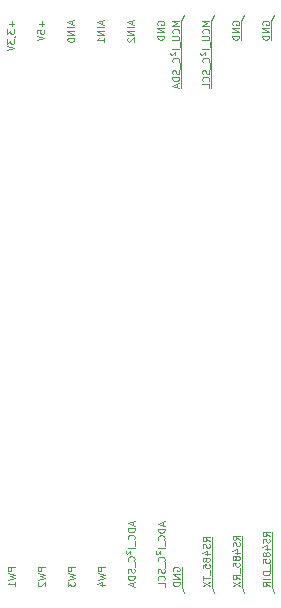
<source format=gbr>
G04 #@! TF.GenerationSoftware,KiCad,Pcbnew,(5.1.6)-1*
G04 #@! TF.CreationDate,2020-06-03T08:45:57+03:00*
G04 #@! TF.ProjectId,TMCM-0021 v1.0,544d434d-2d30-4303-9231-2076312e302e,rev?*
G04 #@! TF.SameCoordinates,Original*
G04 #@! TF.FileFunction,Legend,Bot*
G04 #@! TF.FilePolarity,Positive*
%FSLAX46Y46*%
G04 Gerber Fmt 4.6, Leading zero omitted, Abs format (unit mm)*
G04 Created by KiCad (PCBNEW (5.1.6)-1) date 2020-06-03 08:45:57*
%MOMM*%
%LPD*%
G01*
G04 APERTURE LIST*
%ADD10C,0.100000*%
G04 APERTURE END LIST*
D10*
X25151428Y7850714D02*
X24865714Y8050714D01*
X25151428Y8193571D02*
X24551428Y8193571D01*
X24551428Y7965000D01*
X24580000Y7907857D01*
X24608571Y7879285D01*
X24665714Y7850714D01*
X24751428Y7850714D01*
X24808571Y7879285D01*
X24837142Y7907857D01*
X24865714Y7965000D01*
X24865714Y8193571D01*
X25122857Y7622142D02*
X25151428Y7536428D01*
X25151428Y7393571D01*
X25122857Y7336428D01*
X25094285Y7307857D01*
X25037142Y7279285D01*
X24980000Y7279285D01*
X24922857Y7307857D01*
X24894285Y7336428D01*
X24865714Y7393571D01*
X24837142Y7507857D01*
X24808571Y7565000D01*
X24780000Y7593571D01*
X24722857Y7622142D01*
X24665714Y7622142D01*
X24608571Y7593571D01*
X24580000Y7565000D01*
X24551428Y7507857D01*
X24551428Y7365000D01*
X24580000Y7279285D01*
X24751428Y6765000D02*
X25151428Y6765000D01*
X24522857Y6907857D02*
X24951428Y7050714D01*
X24951428Y6679285D01*
X24808571Y6365000D02*
X24780000Y6422142D01*
X24751428Y6450714D01*
X24694285Y6479285D01*
X24665714Y6479285D01*
X24608571Y6450714D01*
X24580000Y6422142D01*
X24551428Y6365000D01*
X24551428Y6250714D01*
X24580000Y6193571D01*
X24608571Y6165000D01*
X24665714Y6136428D01*
X24694285Y6136428D01*
X24751428Y6165000D01*
X24780000Y6193571D01*
X24808571Y6250714D01*
X24808571Y6365000D01*
X24837142Y6422142D01*
X24865714Y6450714D01*
X24922857Y6479285D01*
X25037142Y6479285D01*
X25094285Y6450714D01*
X25122857Y6422142D01*
X25151428Y6365000D01*
X25151428Y6250714D01*
X25122857Y6193571D01*
X25094285Y6165000D01*
X25037142Y6136428D01*
X24922857Y6136428D01*
X24865714Y6165000D01*
X24837142Y6193571D01*
X24808571Y6250714D01*
X24551428Y5593571D02*
X24551428Y5879285D01*
X24837142Y5907857D01*
X24808571Y5879285D01*
X24780000Y5822142D01*
X24780000Y5679285D01*
X24808571Y5622142D01*
X24837142Y5593571D01*
X24894285Y5565000D01*
X25037142Y5565000D01*
X25094285Y5593571D01*
X25122857Y5622142D01*
X25151428Y5679285D01*
X25151428Y5822142D01*
X25122857Y5879285D01*
X25094285Y5907857D01*
X25208571Y5450714D02*
X25208571Y4993571D01*
X24551428Y4936428D02*
X24551428Y4593571D01*
X25151428Y4765000D02*
X24551428Y4765000D01*
X24551428Y4450714D02*
X25151428Y4050714D01*
X24551428Y4050714D02*
X25151428Y4450714D01*
X18630000Y9507857D02*
X18630000Y9222142D01*
X18801428Y9565000D02*
X18201428Y9365000D01*
X18801428Y9165000D01*
X18801428Y8965000D02*
X18201428Y8965000D01*
X18201428Y8822142D01*
X18230000Y8736428D01*
X18287142Y8679285D01*
X18344285Y8650714D01*
X18458571Y8622142D01*
X18544285Y8622142D01*
X18658571Y8650714D01*
X18715714Y8679285D01*
X18772857Y8736428D01*
X18801428Y8822142D01*
X18801428Y8965000D01*
X18744285Y8022142D02*
X18772857Y8050714D01*
X18801428Y8136428D01*
X18801428Y8193571D01*
X18772857Y8279285D01*
X18715714Y8336428D01*
X18658571Y8365000D01*
X18544285Y8393571D01*
X18458571Y8393571D01*
X18344285Y8365000D01*
X18287142Y8336428D01*
X18230000Y8279285D01*
X18201428Y8193571D01*
X18201428Y8136428D01*
X18230000Y8050714D01*
X18258571Y8022142D01*
X18858571Y7907857D02*
X18858571Y7450714D01*
X18801428Y7307857D02*
X18201428Y7307857D01*
X18058571Y7050714D02*
X18030000Y6993571D01*
X18030000Y6907857D01*
X18058571Y6850714D01*
X18115714Y6822142D01*
X18172857Y6822142D01*
X18230000Y6850714D01*
X18430000Y7050714D01*
X18430000Y6822142D01*
X18744285Y6222142D02*
X18772857Y6250714D01*
X18801428Y6336428D01*
X18801428Y6393571D01*
X18772857Y6479285D01*
X18715714Y6536428D01*
X18658571Y6565000D01*
X18544285Y6593571D01*
X18458571Y6593571D01*
X18344285Y6565000D01*
X18287142Y6536428D01*
X18230000Y6479285D01*
X18201428Y6393571D01*
X18201428Y6336428D01*
X18230000Y6250714D01*
X18258571Y6222142D01*
X18858571Y6107857D02*
X18858571Y5650714D01*
X18772857Y5536428D02*
X18801428Y5450714D01*
X18801428Y5307857D01*
X18772857Y5250714D01*
X18744285Y5222142D01*
X18687142Y5193571D01*
X18630000Y5193571D01*
X18572857Y5222142D01*
X18544285Y5250714D01*
X18515714Y5307857D01*
X18487142Y5422142D01*
X18458571Y5479285D01*
X18430000Y5507857D01*
X18372857Y5536428D01*
X18315714Y5536428D01*
X18258571Y5507857D01*
X18230000Y5479285D01*
X18201428Y5422142D01*
X18201428Y5279285D01*
X18230000Y5193571D01*
X18801428Y4936428D02*
X18201428Y4936428D01*
X18201428Y4793571D01*
X18230000Y4707857D01*
X18287142Y4650714D01*
X18344285Y4622142D01*
X18458571Y4593571D01*
X18544285Y4593571D01*
X18658571Y4622142D01*
X18715714Y4650714D01*
X18772857Y4707857D01*
X18801428Y4793571D01*
X18801428Y4936428D01*
X18630000Y4365000D02*
X18630000Y4079285D01*
X18801428Y4422142D02*
X18201428Y4222142D01*
X18801428Y4022142D01*
X27691428Y7993571D02*
X27405714Y8193571D01*
X27691428Y8336428D02*
X27091428Y8336428D01*
X27091428Y8107857D01*
X27120000Y8050714D01*
X27148571Y8022142D01*
X27205714Y7993571D01*
X27291428Y7993571D01*
X27348571Y8022142D01*
X27377142Y8050714D01*
X27405714Y8107857D01*
X27405714Y8336428D01*
X27662857Y7765000D02*
X27691428Y7679285D01*
X27691428Y7536428D01*
X27662857Y7479285D01*
X27634285Y7450714D01*
X27577142Y7422142D01*
X27520000Y7422142D01*
X27462857Y7450714D01*
X27434285Y7479285D01*
X27405714Y7536428D01*
X27377142Y7650714D01*
X27348571Y7707857D01*
X27320000Y7736428D01*
X27262857Y7765000D01*
X27205714Y7765000D01*
X27148571Y7736428D01*
X27120000Y7707857D01*
X27091428Y7650714D01*
X27091428Y7507857D01*
X27120000Y7422142D01*
X27291428Y6907857D02*
X27691428Y6907857D01*
X27062857Y7050714D02*
X27491428Y7193571D01*
X27491428Y6822142D01*
X27348571Y6507857D02*
X27320000Y6565000D01*
X27291428Y6593571D01*
X27234285Y6622142D01*
X27205714Y6622142D01*
X27148571Y6593571D01*
X27120000Y6565000D01*
X27091428Y6507857D01*
X27091428Y6393571D01*
X27120000Y6336428D01*
X27148571Y6307857D01*
X27205714Y6279285D01*
X27234285Y6279285D01*
X27291428Y6307857D01*
X27320000Y6336428D01*
X27348571Y6393571D01*
X27348571Y6507857D01*
X27377142Y6565000D01*
X27405714Y6593571D01*
X27462857Y6622142D01*
X27577142Y6622142D01*
X27634285Y6593571D01*
X27662857Y6565000D01*
X27691428Y6507857D01*
X27691428Y6393571D01*
X27662857Y6336428D01*
X27634285Y6307857D01*
X27577142Y6279285D01*
X27462857Y6279285D01*
X27405714Y6307857D01*
X27377142Y6336428D01*
X27348571Y6393571D01*
X27091428Y5736428D02*
X27091428Y6022142D01*
X27377142Y6050714D01*
X27348571Y6022142D01*
X27320000Y5965000D01*
X27320000Y5822142D01*
X27348571Y5765000D01*
X27377142Y5736428D01*
X27434285Y5707857D01*
X27577142Y5707857D01*
X27634285Y5736428D01*
X27662857Y5765000D01*
X27691428Y5822142D01*
X27691428Y5965000D01*
X27662857Y6022142D01*
X27634285Y6050714D01*
X27748571Y5593571D02*
X27748571Y5136428D01*
X27691428Y4650714D02*
X27405714Y4850714D01*
X27691428Y4993571D02*
X27091428Y4993571D01*
X27091428Y4765000D01*
X27120000Y4707857D01*
X27148571Y4679285D01*
X27205714Y4650714D01*
X27291428Y4650714D01*
X27348571Y4679285D01*
X27377142Y4707857D01*
X27405714Y4765000D01*
X27405714Y4993571D01*
X27091428Y4450714D02*
X27691428Y4050714D01*
X27091428Y4050714D02*
X27691428Y4450714D01*
X11181428Y5679285D02*
X10581428Y5679285D01*
X10581428Y5450714D01*
X10610000Y5393571D01*
X10638571Y5365000D01*
X10695714Y5336428D01*
X10781428Y5336428D01*
X10838571Y5365000D01*
X10867142Y5393571D01*
X10895714Y5450714D01*
X10895714Y5679285D01*
X10581428Y5136428D02*
X11181428Y4993571D01*
X10752857Y4879285D01*
X11181428Y4765000D01*
X10581428Y4622142D01*
X10638571Y4422142D02*
X10610000Y4393571D01*
X10581428Y4336428D01*
X10581428Y4193571D01*
X10610000Y4136428D01*
X10638571Y4107857D01*
X10695714Y4079285D01*
X10752857Y4079285D01*
X10838571Y4107857D01*
X11181428Y4450714D01*
X11181428Y4079285D01*
X21170000Y9479285D02*
X21170000Y9193571D01*
X21341428Y9536428D02*
X20741428Y9336428D01*
X21341428Y9136428D01*
X21341428Y8936428D02*
X20741428Y8936428D01*
X20741428Y8793571D01*
X20770000Y8707857D01*
X20827142Y8650714D01*
X20884285Y8622142D01*
X20998571Y8593571D01*
X21084285Y8593571D01*
X21198571Y8622142D01*
X21255714Y8650714D01*
X21312857Y8707857D01*
X21341428Y8793571D01*
X21341428Y8936428D01*
X21284285Y7993571D02*
X21312857Y8022142D01*
X21341428Y8107857D01*
X21341428Y8165000D01*
X21312857Y8250714D01*
X21255714Y8307857D01*
X21198571Y8336428D01*
X21084285Y8365000D01*
X20998571Y8365000D01*
X20884285Y8336428D01*
X20827142Y8307857D01*
X20770000Y8250714D01*
X20741428Y8165000D01*
X20741428Y8107857D01*
X20770000Y8022142D01*
X20798571Y7993571D01*
X21398571Y7879285D02*
X21398571Y7422142D01*
X21341428Y7279285D02*
X20741428Y7279285D01*
X20598571Y7022142D02*
X20570000Y6965000D01*
X20570000Y6879285D01*
X20598571Y6822142D01*
X20655714Y6793571D01*
X20712857Y6793571D01*
X20770000Y6822142D01*
X20970000Y7022142D01*
X20970000Y6793571D01*
X21284285Y6193571D02*
X21312857Y6222142D01*
X21341428Y6307857D01*
X21341428Y6365000D01*
X21312857Y6450714D01*
X21255714Y6507857D01*
X21198571Y6536428D01*
X21084285Y6565000D01*
X20998571Y6565000D01*
X20884285Y6536428D01*
X20827142Y6507857D01*
X20770000Y6450714D01*
X20741428Y6365000D01*
X20741428Y6307857D01*
X20770000Y6222142D01*
X20798571Y6193571D01*
X21398571Y6079285D02*
X21398571Y5622142D01*
X21312857Y5507857D02*
X21341428Y5422142D01*
X21341428Y5279285D01*
X21312857Y5222142D01*
X21284285Y5193571D01*
X21227142Y5165000D01*
X21170000Y5165000D01*
X21112857Y5193571D01*
X21084285Y5222142D01*
X21055714Y5279285D01*
X21027142Y5393571D01*
X20998571Y5450714D01*
X20970000Y5479285D01*
X20912857Y5507857D01*
X20855714Y5507857D01*
X20798571Y5479285D01*
X20770000Y5450714D01*
X20741428Y5393571D01*
X20741428Y5250714D01*
X20770000Y5165000D01*
X21284285Y4565000D02*
X21312857Y4593571D01*
X21341428Y4679285D01*
X21341428Y4736428D01*
X21312857Y4822142D01*
X21255714Y4879285D01*
X21198571Y4907857D01*
X21084285Y4936428D01*
X20998571Y4936428D01*
X20884285Y4907857D01*
X20827142Y4879285D01*
X20770000Y4822142D01*
X20741428Y4736428D01*
X20741428Y4679285D01*
X20770000Y4593571D01*
X20798571Y4565000D01*
X21341428Y4022142D02*
X21341428Y4307857D01*
X20741428Y4307857D01*
X13721428Y5679285D02*
X13121428Y5679285D01*
X13121428Y5450714D01*
X13150000Y5393571D01*
X13178571Y5365000D01*
X13235714Y5336428D01*
X13321428Y5336428D01*
X13378571Y5365000D01*
X13407142Y5393571D01*
X13435714Y5450714D01*
X13435714Y5679285D01*
X13121428Y5136428D02*
X13721428Y4993571D01*
X13292857Y4879285D01*
X13721428Y4765000D01*
X13121428Y4622142D01*
X13121428Y4450714D02*
X13121428Y4079285D01*
X13350000Y4279285D01*
X13350000Y4193571D01*
X13378571Y4136428D01*
X13407142Y4107857D01*
X13464285Y4079285D01*
X13607142Y4079285D01*
X13664285Y4107857D01*
X13692857Y4136428D01*
X13721428Y4193571D01*
X13721428Y4365000D01*
X13692857Y4422142D01*
X13664285Y4450714D01*
X16261428Y5679285D02*
X15661428Y5679285D01*
X15661428Y5450714D01*
X15690000Y5393571D01*
X15718571Y5365000D01*
X15775714Y5336428D01*
X15861428Y5336428D01*
X15918571Y5365000D01*
X15947142Y5393571D01*
X15975714Y5450714D01*
X15975714Y5679285D01*
X15661428Y5136428D02*
X16261428Y4993571D01*
X15832857Y4879285D01*
X16261428Y4765000D01*
X15661428Y4622142D01*
X15861428Y4136428D02*
X16261428Y4136428D01*
X15632857Y4279285D02*
X16061428Y4422142D01*
X16061428Y4050714D01*
X30231428Y8307857D02*
X29945714Y8507857D01*
X30231428Y8650714D02*
X29631428Y8650714D01*
X29631428Y8422142D01*
X29660000Y8365000D01*
X29688571Y8336428D01*
X29745714Y8307857D01*
X29831428Y8307857D01*
X29888571Y8336428D01*
X29917142Y8365000D01*
X29945714Y8422142D01*
X29945714Y8650714D01*
X30202857Y8079285D02*
X30231428Y7993571D01*
X30231428Y7850714D01*
X30202857Y7793571D01*
X30174285Y7765000D01*
X30117142Y7736428D01*
X30060000Y7736428D01*
X30002857Y7765000D01*
X29974285Y7793571D01*
X29945714Y7850714D01*
X29917142Y7965000D01*
X29888571Y8022142D01*
X29860000Y8050714D01*
X29802857Y8079285D01*
X29745714Y8079285D01*
X29688571Y8050714D01*
X29660000Y8022142D01*
X29631428Y7965000D01*
X29631428Y7822142D01*
X29660000Y7736428D01*
X29831428Y7222142D02*
X30231428Y7222142D01*
X29602857Y7365000D02*
X30031428Y7507857D01*
X30031428Y7136428D01*
X29888571Y6822142D02*
X29860000Y6879285D01*
X29831428Y6907857D01*
X29774285Y6936428D01*
X29745714Y6936428D01*
X29688571Y6907857D01*
X29660000Y6879285D01*
X29631428Y6822142D01*
X29631428Y6707857D01*
X29660000Y6650714D01*
X29688571Y6622142D01*
X29745714Y6593571D01*
X29774285Y6593571D01*
X29831428Y6622142D01*
X29860000Y6650714D01*
X29888571Y6707857D01*
X29888571Y6822142D01*
X29917142Y6879285D01*
X29945714Y6907857D01*
X30002857Y6936428D01*
X30117142Y6936428D01*
X30174285Y6907857D01*
X30202857Y6879285D01*
X30231428Y6822142D01*
X30231428Y6707857D01*
X30202857Y6650714D01*
X30174285Y6622142D01*
X30117142Y6593571D01*
X30002857Y6593571D01*
X29945714Y6622142D01*
X29917142Y6650714D01*
X29888571Y6707857D01*
X29631428Y6050714D02*
X29631428Y6336428D01*
X29917142Y6365000D01*
X29888571Y6336428D01*
X29860000Y6279285D01*
X29860000Y6136428D01*
X29888571Y6079285D01*
X29917142Y6050714D01*
X29974285Y6022142D01*
X30117142Y6022142D01*
X30174285Y6050714D01*
X30202857Y6079285D01*
X30231428Y6136428D01*
X30231428Y6279285D01*
X30202857Y6336428D01*
X30174285Y6365000D01*
X30288571Y5907857D02*
X30288571Y5450714D01*
X30231428Y5307857D02*
X29631428Y5307857D01*
X29631428Y5165000D01*
X29660000Y5079285D01*
X29717142Y5022142D01*
X29774285Y4993571D01*
X29888571Y4965000D01*
X29974285Y4965000D01*
X30088571Y4993571D01*
X30145714Y5022142D01*
X30202857Y5079285D01*
X30231428Y5165000D01*
X30231428Y5307857D01*
X30231428Y4707857D02*
X29631428Y4707857D01*
X30231428Y4079285D02*
X29945714Y4279285D01*
X30231428Y4422142D02*
X29631428Y4422142D01*
X29631428Y4193571D01*
X29660000Y4136428D01*
X29688571Y4107857D01*
X29745714Y4079285D01*
X29831428Y4079285D01*
X29888571Y4107857D01*
X29917142Y4136428D01*
X29945714Y4193571D01*
X29945714Y4422142D01*
X22040000Y5336428D02*
X22011428Y5393571D01*
X22011428Y5479285D01*
X22040000Y5565000D01*
X22097142Y5622142D01*
X22154285Y5650714D01*
X22268571Y5679285D01*
X22354285Y5679285D01*
X22468571Y5650714D01*
X22525714Y5622142D01*
X22582857Y5565000D01*
X22611428Y5479285D01*
X22611428Y5422142D01*
X22582857Y5336428D01*
X22554285Y5307857D01*
X22354285Y5307857D01*
X22354285Y5422142D01*
X22611428Y5050714D02*
X22011428Y5050714D01*
X22611428Y4707857D01*
X22011428Y4707857D01*
X22611428Y4422142D02*
X22011428Y4422142D01*
X22011428Y4279285D01*
X22040000Y4193571D01*
X22097142Y4136428D01*
X22154285Y4107857D01*
X22268571Y4079285D01*
X22354285Y4079285D01*
X22468571Y4107857D01*
X22525714Y4136428D01*
X22582857Y4193571D01*
X22611428Y4279285D01*
X22611428Y4422142D01*
X8641428Y5679285D02*
X8041428Y5679285D01*
X8041428Y5450714D01*
X8070000Y5393571D01*
X8098571Y5365000D01*
X8155714Y5336428D01*
X8241428Y5336428D01*
X8298571Y5365000D01*
X8327142Y5393571D01*
X8355714Y5450714D01*
X8355714Y5679285D01*
X8041428Y5136428D02*
X8641428Y4993571D01*
X8212857Y4879285D01*
X8641428Y4765000D01*
X8041428Y4622142D01*
X8641428Y4079285D02*
X8641428Y4422142D01*
X8641428Y4250714D02*
X8041428Y4250714D01*
X8127142Y4307857D01*
X8184285Y4365000D01*
X8212857Y4422142D01*
X27860000Y4010000D02*
X28043848Y3486741D01*
X27860000Y4010000D02*
X27860000Y8330000D01*
X25320000Y4010000D02*
X25503848Y3486741D01*
X22780000Y4010000D02*
X22780000Y5680000D01*
X30400000Y4010000D02*
X30400000Y8640000D01*
X30400000Y4010000D02*
X30583848Y3486741D01*
X22780000Y4010000D02*
X22963848Y3486741D01*
X25320000Y4010000D02*
X25320000Y8180000D01*
X30380000Y51920000D02*
X30380000Y50340000D01*
X30380000Y51920000D02*
X30620000Y52420000D01*
X27840000Y51920000D02*
X27840000Y50340000D01*
X27840000Y51920000D02*
X28080000Y52420000D01*
X25300000Y51920000D02*
X25300000Y46260000D01*
X25300000Y51920000D02*
X25540000Y52420000D01*
X22760000Y51920000D02*
X22760000Y46260000D01*
X22760000Y51920000D02*
X23000000Y52420000D01*
X29640000Y51587857D02*
X29611428Y51645000D01*
X29611428Y51730714D01*
X29640000Y51816428D01*
X29697142Y51873571D01*
X29754285Y51902142D01*
X29868571Y51930714D01*
X29954285Y51930714D01*
X30068571Y51902142D01*
X30125714Y51873571D01*
X30182857Y51816428D01*
X30211428Y51730714D01*
X30211428Y51673571D01*
X30182857Y51587857D01*
X30154285Y51559285D01*
X29954285Y51559285D01*
X29954285Y51673571D01*
X30211428Y51302142D02*
X29611428Y51302142D01*
X30211428Y50959285D01*
X29611428Y50959285D01*
X30211428Y50673571D02*
X29611428Y50673571D01*
X29611428Y50530714D01*
X29640000Y50445000D01*
X29697142Y50387857D01*
X29754285Y50359285D01*
X29868571Y50330714D01*
X29954285Y50330714D01*
X30068571Y50359285D01*
X30125714Y50387857D01*
X30182857Y50445000D01*
X30211428Y50530714D01*
X30211428Y50673571D01*
X27100000Y51587857D02*
X27071428Y51645000D01*
X27071428Y51730714D01*
X27100000Y51816428D01*
X27157142Y51873571D01*
X27214285Y51902142D01*
X27328571Y51930714D01*
X27414285Y51930714D01*
X27528571Y51902142D01*
X27585714Y51873571D01*
X27642857Y51816428D01*
X27671428Y51730714D01*
X27671428Y51673571D01*
X27642857Y51587857D01*
X27614285Y51559285D01*
X27414285Y51559285D01*
X27414285Y51673571D01*
X27671428Y51302142D02*
X27071428Y51302142D01*
X27671428Y50959285D01*
X27071428Y50959285D01*
X27671428Y50673571D02*
X27071428Y50673571D01*
X27071428Y50530714D01*
X27100000Y50445000D01*
X27157142Y50387857D01*
X27214285Y50359285D01*
X27328571Y50330714D01*
X27414285Y50330714D01*
X27528571Y50359285D01*
X27585714Y50387857D01*
X27642857Y50445000D01*
X27671428Y50530714D01*
X27671428Y50673571D01*
X25131428Y51902142D02*
X24531428Y51902142D01*
X24960000Y51702142D01*
X24531428Y51502142D01*
X25131428Y51502142D01*
X25074285Y50873571D02*
X25102857Y50902142D01*
X25131428Y50987857D01*
X25131428Y51045000D01*
X25102857Y51130714D01*
X25045714Y51187857D01*
X24988571Y51216428D01*
X24874285Y51245000D01*
X24788571Y51245000D01*
X24674285Y51216428D01*
X24617142Y51187857D01*
X24560000Y51130714D01*
X24531428Y51045000D01*
X24531428Y50987857D01*
X24560000Y50902142D01*
X24588571Y50873571D01*
X24531428Y50616428D02*
X25017142Y50616428D01*
X25074285Y50587857D01*
X25102857Y50559285D01*
X25131428Y50502142D01*
X25131428Y50387857D01*
X25102857Y50330714D01*
X25074285Y50302142D01*
X25017142Y50273571D01*
X24531428Y50273571D01*
X25188571Y50130714D02*
X25188571Y49673571D01*
X25131428Y49530714D02*
X24531428Y49530714D01*
X24388571Y49273571D02*
X24360000Y49216428D01*
X24360000Y49130714D01*
X24388571Y49073571D01*
X24445714Y49045000D01*
X24502857Y49045000D01*
X24560000Y49073571D01*
X24760000Y49273571D01*
X24760000Y49045000D01*
X25074285Y48445000D02*
X25102857Y48473571D01*
X25131428Y48559285D01*
X25131428Y48616428D01*
X25102857Y48702142D01*
X25045714Y48759285D01*
X24988571Y48787857D01*
X24874285Y48816428D01*
X24788571Y48816428D01*
X24674285Y48787857D01*
X24617142Y48759285D01*
X24560000Y48702142D01*
X24531428Y48616428D01*
X24531428Y48559285D01*
X24560000Y48473571D01*
X24588571Y48445000D01*
X25188571Y48330714D02*
X25188571Y47873571D01*
X25102857Y47759285D02*
X25131428Y47673571D01*
X25131428Y47530714D01*
X25102857Y47473571D01*
X25074285Y47445000D01*
X25017142Y47416428D01*
X24960000Y47416428D01*
X24902857Y47445000D01*
X24874285Y47473571D01*
X24845714Y47530714D01*
X24817142Y47645000D01*
X24788571Y47702142D01*
X24760000Y47730714D01*
X24702857Y47759285D01*
X24645714Y47759285D01*
X24588571Y47730714D01*
X24560000Y47702142D01*
X24531428Y47645000D01*
X24531428Y47502142D01*
X24560000Y47416428D01*
X25074285Y46816428D02*
X25102857Y46845000D01*
X25131428Y46930714D01*
X25131428Y46987857D01*
X25102857Y47073571D01*
X25045714Y47130714D01*
X24988571Y47159285D01*
X24874285Y47187857D01*
X24788571Y47187857D01*
X24674285Y47159285D01*
X24617142Y47130714D01*
X24560000Y47073571D01*
X24531428Y46987857D01*
X24531428Y46930714D01*
X24560000Y46845000D01*
X24588571Y46816428D01*
X25131428Y46273571D02*
X25131428Y46559285D01*
X24531428Y46559285D01*
X22591428Y51902142D02*
X21991428Y51902142D01*
X22420000Y51702142D01*
X21991428Y51502142D01*
X22591428Y51502142D01*
X22534285Y50873571D02*
X22562857Y50902142D01*
X22591428Y50987857D01*
X22591428Y51045000D01*
X22562857Y51130714D01*
X22505714Y51187857D01*
X22448571Y51216428D01*
X22334285Y51245000D01*
X22248571Y51245000D01*
X22134285Y51216428D01*
X22077142Y51187857D01*
X22020000Y51130714D01*
X21991428Y51045000D01*
X21991428Y50987857D01*
X22020000Y50902142D01*
X22048571Y50873571D01*
X21991428Y50616428D02*
X22477142Y50616428D01*
X22534285Y50587857D01*
X22562857Y50559285D01*
X22591428Y50502142D01*
X22591428Y50387857D01*
X22562857Y50330714D01*
X22534285Y50302142D01*
X22477142Y50273571D01*
X21991428Y50273571D01*
X22648571Y50130714D02*
X22648571Y49673571D01*
X22591428Y49530714D02*
X21991428Y49530714D01*
X21848571Y49273571D02*
X21820000Y49216428D01*
X21820000Y49130714D01*
X21848571Y49073571D01*
X21905714Y49045000D01*
X21962857Y49045000D01*
X22020000Y49073571D01*
X22220000Y49273571D01*
X22220000Y49045000D01*
X22534285Y48445000D02*
X22562857Y48473571D01*
X22591428Y48559285D01*
X22591428Y48616428D01*
X22562857Y48702142D01*
X22505714Y48759285D01*
X22448571Y48787857D01*
X22334285Y48816428D01*
X22248571Y48816428D01*
X22134285Y48787857D01*
X22077142Y48759285D01*
X22020000Y48702142D01*
X21991428Y48616428D01*
X21991428Y48559285D01*
X22020000Y48473571D01*
X22048571Y48445000D01*
X22648571Y48330714D02*
X22648571Y47873571D01*
X22562857Y47759285D02*
X22591428Y47673571D01*
X22591428Y47530714D01*
X22562857Y47473571D01*
X22534285Y47445000D01*
X22477142Y47416428D01*
X22420000Y47416428D01*
X22362857Y47445000D01*
X22334285Y47473571D01*
X22305714Y47530714D01*
X22277142Y47645000D01*
X22248571Y47702142D01*
X22220000Y47730714D01*
X22162857Y47759285D01*
X22105714Y47759285D01*
X22048571Y47730714D01*
X22020000Y47702142D01*
X21991428Y47645000D01*
X21991428Y47502142D01*
X22020000Y47416428D01*
X22591428Y47159285D02*
X21991428Y47159285D01*
X21991428Y47016428D01*
X22020000Y46930714D01*
X22077142Y46873571D01*
X22134285Y46845000D01*
X22248571Y46816428D01*
X22334285Y46816428D01*
X22448571Y46845000D01*
X22505714Y46873571D01*
X22562857Y46930714D01*
X22591428Y47016428D01*
X22591428Y47159285D01*
X22420000Y46587857D02*
X22420000Y46302142D01*
X22591428Y46645000D02*
X21991428Y46445000D01*
X22591428Y46245000D01*
X20750000Y51587857D02*
X20721428Y51645000D01*
X20721428Y51730714D01*
X20750000Y51816428D01*
X20807142Y51873571D01*
X20864285Y51902142D01*
X20978571Y51930714D01*
X21064285Y51930714D01*
X21178571Y51902142D01*
X21235714Y51873571D01*
X21292857Y51816428D01*
X21321428Y51730714D01*
X21321428Y51673571D01*
X21292857Y51587857D01*
X21264285Y51559285D01*
X21064285Y51559285D01*
X21064285Y51673571D01*
X21321428Y51302142D02*
X20721428Y51302142D01*
X21321428Y50959285D01*
X20721428Y50959285D01*
X21321428Y50673571D02*
X20721428Y50673571D01*
X20721428Y50530714D01*
X20750000Y50445000D01*
X20807142Y50387857D01*
X20864285Y50359285D01*
X20978571Y50330714D01*
X21064285Y50330714D01*
X21178571Y50359285D01*
X21235714Y50387857D01*
X21292857Y50445000D01*
X21321428Y50530714D01*
X21321428Y50673571D01*
X18610000Y51930714D02*
X18610000Y51645000D01*
X18781428Y51987857D02*
X18181428Y51787857D01*
X18781428Y51587857D01*
X18781428Y51387857D02*
X18181428Y51387857D01*
X18781428Y51102142D02*
X18181428Y51102142D01*
X18781428Y50759285D01*
X18181428Y50759285D01*
X18238571Y50502142D02*
X18210000Y50473571D01*
X18181428Y50416428D01*
X18181428Y50273571D01*
X18210000Y50216428D01*
X18238571Y50187857D01*
X18295714Y50159285D01*
X18352857Y50159285D01*
X18438571Y50187857D01*
X18781428Y50530714D01*
X18781428Y50159285D01*
X16070000Y51930714D02*
X16070000Y51645000D01*
X16241428Y51987857D02*
X15641428Y51787857D01*
X16241428Y51587857D01*
X16241428Y51387857D02*
X15641428Y51387857D01*
X16241428Y51102142D02*
X15641428Y51102142D01*
X16241428Y50759285D01*
X15641428Y50759285D01*
X16241428Y50159285D02*
X16241428Y50502142D01*
X16241428Y50330714D02*
X15641428Y50330714D01*
X15727142Y50387857D01*
X15784285Y50445000D01*
X15812857Y50502142D01*
X13530000Y51930714D02*
X13530000Y51645000D01*
X13701428Y51987857D02*
X13101428Y51787857D01*
X13701428Y51587857D01*
X13701428Y51387857D02*
X13101428Y51387857D01*
X13701428Y51102142D02*
X13101428Y51102142D01*
X13701428Y50759285D01*
X13101428Y50759285D01*
X13101428Y50359285D02*
X13101428Y50302142D01*
X13130000Y50245000D01*
X13158571Y50216428D01*
X13215714Y50187857D01*
X13330000Y50159285D01*
X13472857Y50159285D01*
X13587142Y50187857D01*
X13644285Y50216428D01*
X13672857Y50245000D01*
X13701428Y50302142D01*
X13701428Y50359285D01*
X13672857Y50416428D01*
X13644285Y50445000D01*
X13587142Y50473571D01*
X13472857Y50502142D01*
X13330000Y50502142D01*
X13215714Y50473571D01*
X13158571Y50445000D01*
X13130000Y50416428D01*
X13101428Y50359285D01*
X10932857Y51902142D02*
X10932857Y51445000D01*
X11161428Y51673571D02*
X10704285Y51673571D01*
X10561428Y50873571D02*
X10561428Y51159285D01*
X10847142Y51187857D01*
X10818571Y51159285D01*
X10790000Y51102142D01*
X10790000Y50959285D01*
X10818571Y50902142D01*
X10847142Y50873571D01*
X10904285Y50845000D01*
X11047142Y50845000D01*
X11104285Y50873571D01*
X11132857Y50902142D01*
X11161428Y50959285D01*
X11161428Y51102142D01*
X11132857Y51159285D01*
X11104285Y51187857D01*
X10561428Y50673571D02*
X11161428Y50473571D01*
X10561428Y50273571D01*
X8392857Y51902142D02*
X8392857Y51445000D01*
X8621428Y51673571D02*
X8164285Y51673571D01*
X8021428Y51216428D02*
X8021428Y50845000D01*
X8250000Y51045000D01*
X8250000Y50959285D01*
X8278571Y50902142D01*
X8307142Y50873571D01*
X8364285Y50845000D01*
X8507142Y50845000D01*
X8564285Y50873571D01*
X8592857Y50902142D01*
X8621428Y50959285D01*
X8621428Y51130714D01*
X8592857Y51187857D01*
X8564285Y51216428D01*
X8592857Y50559285D02*
X8621428Y50559285D01*
X8678571Y50587857D01*
X8707142Y50616428D01*
X8021428Y50359285D02*
X8021428Y49987857D01*
X8250000Y50187857D01*
X8250000Y50102142D01*
X8278571Y50045000D01*
X8307142Y50016428D01*
X8364285Y49987857D01*
X8507142Y49987857D01*
X8564285Y50016428D01*
X8592857Y50045000D01*
X8621428Y50102142D01*
X8621428Y50273571D01*
X8592857Y50330714D01*
X8564285Y50359285D01*
X8021428Y49816428D02*
X8621428Y49616428D01*
X8021428Y49416428D01*
M02*

</source>
